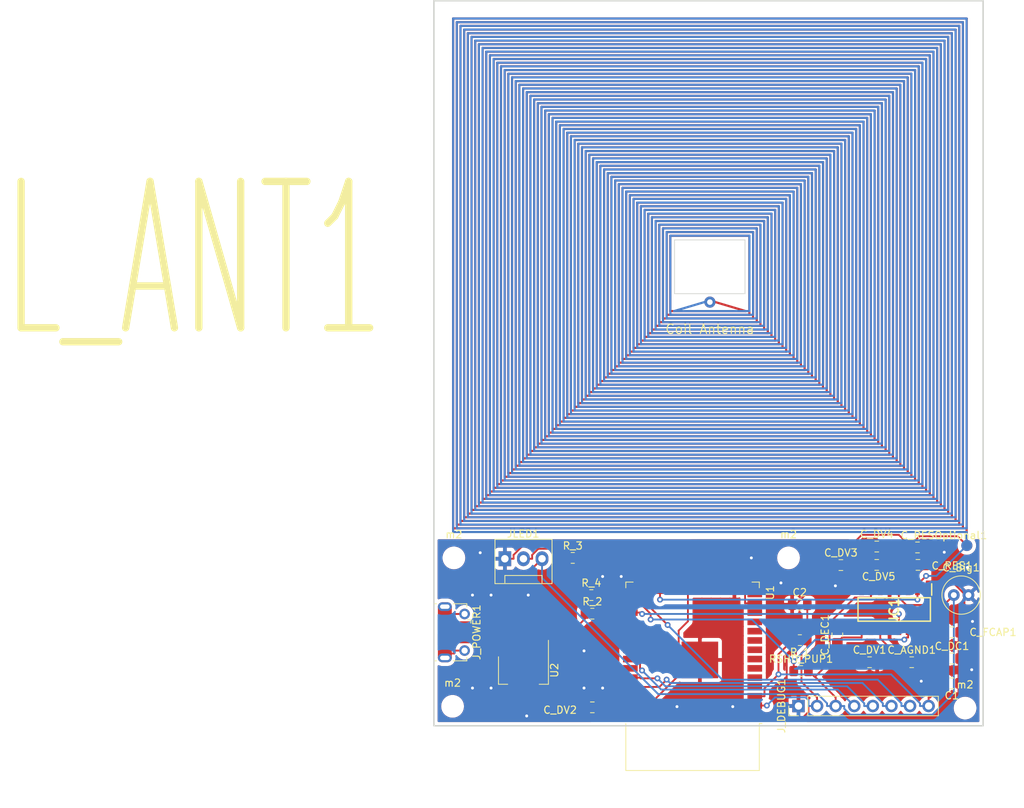
<source format=kicad_pcb>
(kicad_pcb (version 20211014) (generator pcbnew)
  (layers (0 "F.Cu" signal) (31 "B.Cu" signal) (34 "B.Paste" user) (35 "F.Paste" user) (36 "B.SilkS" user "B.Silkscreen") (37 "F.SilkS" user "F.Silkscreen") (38 "B.Mask" user) (39 "F.Mask" user) (44 "Edge.Cuts" user))
  (net 0 "")
  (net 1 "GND")
  (net 2 "+3V3")
  (net 3 "Net-(C_AGND1-Pad1)")
  (net 4 "+5V")
  (net 5 "Net-(C_DC1-Pad1)")
  (net 6 "Net-(C_DEC1-Pad1)")
  (net 7 "Net-(C_DEC1-Pad2)")
  (net 8 "Net-(C_DV3-Pad1)")
  (net 9 "Net-(C_FCAP1-Pad1)")
  (net 10 "Net-(C_RES1-Pad2)")
  (net 11 "Net-(IC1-Pad2)")
  (net 12 "Net-(IC1-Pad3)")
  (net 13 "Net-(IC1-Pad13)")
  (net 14 "Net-(J_DEBUG1-Pad5)")
  (net 15 "Net-(J_DEBUG1-Pad6)")
  (net 19 "unconnected-(J_POWER1-Pad6)")
  (net 20 "Net-(R_4-Pad1)")
  (net 21 "Net-(J_DEBUG1-Pad7)")
  (net 36 "Net-(U1-Pad20)")
  (net 39 "Net-(IC1-Pad14)")
  (net 46 "Net-(JLED1-Pad2)")
  (net 47 "Net-(C1-Pad2)")
  (net 48 "Net-(C_DV3-Pad2)")
  (net 49 "Net-(J_DEBUG1-Pad4)")
  (net 50 "Net-(R_3-Pad2)")
  (footprint "Connector_USB:USB_Micro-B_Molex-105017-0001" (layer "F.Cu") (at 68.58 142.24 -90)
    (fp_text reference "J_POWER1")
    (fp_text value "USB_B_Micro")
  )
  (footprint "Package_TO_SOT_SMD:SOT-223-3_TabPin2" (layer "F.Cu") (at 78.0824 147.4344 -90)
    (fp_text reference "U2")
    (fp_text value "NCP1117-3.3_SOT223")
  )
  (footprint "MountingHole:MountingHole_2.1mm" (layer "F.Cu") (at 114.3 132.08)
    (fp_text reference "m2")
    (fp_text value "MountingHole_2.1mm")
  )
  (footprint "Connector:FanPinHeader_1x03_P2.54mm_Vertical" (layer "F.Cu") (at 75.5424 132.1944)
    (fp_text reference "JLED1")
    (fp_text value "Conn_01x03")
  )
  (footprint "MountingHole:MountingHole_2.1mm" (layer "F.Cu") (at 68.58 132.08)
    (fp_text reference "m2")
    (fp_text value "MountingHole_2.1mm")
  )
  (footprint "Capacitor_SMD:C_0805_2012Metric_Pad1.18x1.45mm_HandSolder" (layer "F.Cu") (at 115.8288 138.4823)
    (fp_text reference "C2")
    (fp_text value "1uf")
  )
  (footprint "Capacitor_SMD:C_0805_2012Metric_Pad1.18x1.45mm_HandSolder" (layer "F.Cu") (at 136.6308 145.8251)
    (fp_text reference "C_DC1")
    (fp_text value "10NF")
  )
  (footprint "pcb_inductors:60_turn_square_inductor_corrected" (layer "F.Cu") (at 103.5535 93.2118)
    (fp_text reference "L_ANT1")
    (fp_text value "Coil Antenna")
  )
  (footprint "Capacitor_SMD:C_0805_2012Metric_Pad1.18x1.45mm_HandSolder" (layer "F.Cu") (at 125.3718 146.3365)
    (fp_text reference "C_DV1")
    (fp_text value "10uf")
  )
  (footprint "Capacitor_SMD:C_0805_2012Metric_Pad1.18x1.45mm_HandSolder" (layer "F.Cu") (at 126.3508 133.0364)
    (fp_text reference "C_DV5")
    (fp_text value "3.7nf split between 2")
  )
  (footprint "Capacitor_SMD:C_0805_2012Metric_Pad1.18x1.45mm_HandSolder" (layer "F.Cu") (at 87.4951 152.4948)
    (fp_text reference "C_DV2")
    (fp_text value "10uf")
  )
  (footprint "Capacitor_SMD:C_0805_2012Metric_Pad1.18x1.45mm_HandSolder" (layer "F.Cu") (at 136.6308 142.24)
    (fp_text reference "C_FCAP1")
    (fp_text value "10nf")
  )
  (footprint "MountingHole:MountingHole_2.1mm" (layer "F.Cu") (at 138.420407 152.599047)
    (fp_text reference "m2")
    (fp_text value "MountingHole_2.1mm")
  )
  (footprint "Capacitor_THT:C_Radial_D5.0mm_H11.0mm_P2.00mm" (layer "F.Cu") (at 136.8811 137.16)
    (fp_text reference "C_Big1")
    (fp_text value "100uf")
  )
  (footprint "Resistor_SMD:R_0805_2012Metric_Pad1.20x1.40mm_HandSolder" (layer "F.Cu") (at 87.4951 139.7)
    (fp_text reference "R_2")
    (fp_text value "5k1 or 5k? was 5k og")
  )
  (footprint "Resistor_SMD:R_0805_2012Metric_Pad1.20x1.40mm_HandSolder" (layer "F.Cu") (at 115.8471 143.3163 180)
    (fp_text reference "R_1")
    (fp_text value "12K")
  )
  (footprint "Connector_PinHeader_2.54mm:PinHeader_1x08_P2.54mm_Vertical" (layer "F.Cu") (at 115.6586 152.3137 90)
    (fp_text reference "J_DEBUG1")
    (fp_text value "Conn_01x08_Male")
  )
  (footprint "Capacitor_SMD:C_0805_2012Metric_Pad1.18x1.45mm_HandSolder" (layer "F.Cu") (at 121.4531 133.0606)
    (fp_text reference "C_DV3")
    (fp_text value "0.1nf")
  )
  (footprint "Resistor_SMD:R_0805_2012Metric_Pad1.20x1.40mm_HandSolder" (layer "F.Cu") (at 116.0097 147.5384)
    (fp_text reference "RSHD_PUP1")
    (fp_text value "12k")
  )
  (footprint "Capacitor_SMD:C_0805_2012Metric_Pad1.18x1.45mm_HandSolder" (layer "F.Cu") (at 126.3535 130.5276)
    (fp_text reference "C_DV4")
    (fp_text value "3.7nf split between 2")
  )
  (footprint "Capacitor_SMD:C_0805_2012Metric_Pad1.18x1.45mm_HandSolder" (layer "F.Cu") (at 120.9661 142.582 90)
    (fp_text reference "C_DEC1")
    (fp_text value "100nf")
  )
  (footprint "MountingHole:MountingHole_2.1mm" (layer "F.Cu") (at 68.400475 152.358653)
    (fp_text reference "m2")
    (fp_text value "MountingHole_2.1mm")
  )
  (footprint "Capacitor_SMD:C_0805_2012Metric_Pad1.18x1.45mm_HandSolder" (layer "F.Cu") (at 131.9191 130.6499)
    (fp_text reference "C_RESOptional1")
    (fp_text value "NA")
  )
  (footprint "MyLib:SOIC127P602X173-16N" (layer "F.Cu") (at 128.7385 139.122 -90)
    (fp_text reference "IC1")
    (fp_text value "EM4095" hide)
  )
  (footprint "Capacitor_SMD:C_0805_2012Metric_Pad1.18x1.45mm_HandSolder" (layer "F.Cu") (at 136.6098 149.2138 180)
    (fp_text reference "C1")
    (fp_text value "0.1uf")
  )
  (footprint "Capacitor_SMD:C_0805_2012Metric_Pad1.18x1.45mm_HandSolder" (layer "F.Cu") (at 131.1264 146.3365)
    (fp_text reference "C_AGND1")
    (fp_text value "100nf")
  )
  (footprint "Resistor_SMD:R_0805_2012Metric_Pad1.20x1.40mm_HandSolder" (layer "F.Cu") (at 87.36 137.16)
    (fp_text reference "R_4")
    (fp_text value "5k1 og was 5k")
  )
  (footprint "Capacitor_SMD:C_0805_2012Metric_Pad1.18x1.45mm_HandSolder" (layer "F.Cu") (at 131.9803 133.0364)
    (fp_text reference "C_RES1")
    (fp_text value "2.2nf")
  )
  (footprint "RF_Module:ESP32-WROOM-32" (layer "F.Cu") (at 101.1882 145.2648 180)
    (fp_text reference "U1")
    (fp_text value "ESP32-WROOM-32")
  )
  (footprint "Resistor_SMD:R_0805_2012Metric_Pad1.20x1.40mm_HandSolder" (layer "F.Cu") (at 84.82 132.08)
    (fp_text reference "R_3")
    (fp_text value "470")
  )
  (gr_line (start 98.729823 88.631514) (end 108.352615 88.631514) (layer "Edge.Cuts") (width 0.1))
  (gr_line (start 108.352615 95.98376) (end 98.729823 95.98376) (layer "Edge.Cuts") (width 0.1))
  (gr_line (start 98.729823 95.98376) (end 98.729823 88.631514) (layer "Edge.Cuts") (width 0.1))
  (gr_rect (start 65.850777 55.956309) (end 140.882618 155.016309) (layer "Edge.Cuts") (width 0.2) (fill none))
  (gr_line (start 108.352615 88.631514) (end 108.352615 95.98376) (layer "Edge.Cuts") (width 0.1))
  (segment (start 115.2238 138.4974) (end 115.7913 139.0649) (width 0.25) (layer "F.Cu") (net 1))
  (segment (start 102.1882 148.8451) (end 102.1882 153.1598) (width 0.25) (layer "F.Cu") (net 1))
  (segment (start 87.5492 138.6338) (end 84.7573 138.6338) (width 0.25) (layer "F.Cu") (net 1))
  (segment (start 109.6882 153.5198) (end 108.3629 153.5198) (width 0.25) (layer "F.Cu") (net 1))
  (segment (start 138.3312 137.16) (end 138.3312 137.0154) (width 0.25) (layer "F.Cu") (net 1))
  (segment (start 80.432 142.9591) (end 80.3824 142.9591) (width 0.25) (layer "F.Cu") (net 1))
  (segment (start 76.7327 131.6736) (end 78.0391 130.3672) (width 0.25) (layer "F.Cu") (net 1))
  (segment (start 115.6586 152.3137) (end 114.4833 152.3137) (width 0.25) (layer "F.Cu") (net 1))
  (segment (start 132.1596 146.3408) (end 131.7208 146.3408) (width 0.25) (layer "F.Cu") (net 1))
  (segment (start 94.3735 153.1598) (end 94.0135 153.5198) (width 0.25) (layer "F.Cu") (net 1))
  (segment (start 92.6882 153.5198) (end 94.0135 153.5198) (width 0.25) (layer "F.Cu") (net 1))
  (segment (start 128.1035 142.9473) (end 129.7567 144.6005) (width 0.25) (layer "F.Cu") (net 1))
  (segment (start 127.4888 147.416) (end 130.6455 147.416) (width 0.25) (layer "F.Cu") (net 1))
  (segment (start 120.4931 134.6171) (end 121.3295 133.7807) (width 0.25) (layer "F.Cu") (net 1))
  (segment (start 83.7337 130.3672) (end 84.7573 131.3908) (width 0.25) (layer "F.Cu") (net 1))
  (segment (start 108.3629 153.5198) (end 108.0029 153.1598) (width 0.25) (layer "F.Cu") (net 1))
  (segment (start 115.2238 138.4974) (end 119.1041 134.6171) (width 0.25) (layer "F.Cu") (net 1))
  (segment (start 92.6882 153.5198) (end 89.5576 153.5198) (width 0.25) (layer "F.Cu") (net 1))
  (segment (start 76.8578 143.2183) (end 77.117 142.9591) (width 0.25) (layer "F.Cu") (net 1))
  (segment (start 71.0428 143.54) (end 73.1126 145.6098) (width 0.25) (layer "F.Cu") (net 1))
  (segment (start 128.4681 134.1162) (end 127.3883 133.0364) (width 0.25) (layer "F.Cu") (net 1))
  (segment (start 76.8578 145.4582) (end 76.8578 143.2183) (width 0.25) (layer "F.Cu") (net 1))
  (segment (start 127.3883 130.5303) (end 127.3883 133.0364) (width 0.25) (layer "F.Cu") (net 1))
  (segment (start 73.1126 145.6098) (end 76.7062 145.6098) (width 0.25) (layer "F.Cu") (net 1))
  (segment (start 138.8811 137.16) (end 138.3312 137.16) (width 0.25) (layer "F.Cu") (net 1))
  (segment (start 87.5492 138.6338) (end 87.5492 137.9708) (width 0.25) (layer "F.Cu") (net 1))
  (segment (start 132.1639 146.3365) (end 132.1596 146.3408) (width 0.25) (layer "F.Cu") (net 1))
  (segment (start 102.1882 146.0198) (end 102.1882 143.1945) (width 0.25) (layer "F.Cu") (net 1))
  (segment (start 138.3312 137.0154) (end 136.6125 135.2967) (width 0.25) (layer "F.Cu") (net 1))
  (segment (start 131.9193 133.6942) (end 131.4973 134.1162) (width 0.25) (layer "F.Cu") (net 1))
  (segment (start 128.1035 141.847) (end 128.1035 136.397) (width 0.25) (layer "F.Cu") (net 1))
  (segment (start 106.9032 136.0098) (end 106.9032 138.4795) (width 0.25) (layer "F.Cu") (net 1))
  (segment (start 121.3295 133.7807) (end 121.3295 132.5446) (width 0.25) (layer "F.Cu") (net 1))
  (segment (start 76.7327 132.1944) (end 76.7327 131.6736) (width 0.25) (layer "F.Cu") (net 1))
  (segment (start 109.6882 153.5198) (end 112.4212 153.5198) (width 0.25) (layer "F.Cu") (net 1))
  (segment (start 87.5492 151.5114) (end 87.5492 138.6338) (width 0.25) (layer "F.Cu") (net 1))
  (segment (start 131.9193 130.054) (end 131.9193 133.6942) (width 0.25) (layer "F.Cu") (net 1))
  (segment (start 78.0391 130.3672) (end 83.7337 130.3672) (width 0.25) (layer "F.Cu") (net 1))
  (segment (start 129.9805 144.6005) (end 131.7208 146.3407) (width 0.25) (layer "F.Cu") (net 1))
  (segment (start 137.6683 142.24) (end 137.6683 145.8251) (width 0.25) (layer "F.Cu") (net 1))
  (segment (start 114.7913 138.4823) (end 114.8064 138.4974) (width 0.25) (layer "F.Cu") (net 1))
  (segment (start 133.9321 135.2967) (end 133.1835 135.2967) (width 0.25) (layer "F.Cu") (net 1))
  (segment (start 102.1882 146.0198) (end 102.1882 148.8451) (width 0.25) (layer "F.Cu") (net 1))
  (segment (start 131.7208 146.3408) (end 131.7208 146.3407) (width 0.25) (layer "F.Cu") (net 1))
  (segment (start 137.6473 146.9279) (end 137.6473 145.8461) (width 0.25) (layer "F.Cu") (net 1))
  (segment (start 89.5576 153.5198) (end 88.5326 152.4948) (width 0.25) (layer "F.Cu") (net 1))
  (segment (start 80.3824 144.2844) (end 80.3824 142.9591) (width 0.25) (layer "F.Cu") (net 1))
  (segment (start 112.4212 153.5198) (end 114.0553 151.8857) (width 0.25) (layer "F.Cu") (net 1))
  (segment (start 137.6473 146.9279) (end 132.7553 146.9279) (width 0.25) (layer "F.Cu") (net 1))
  (segment (start 133.1835 136.397) (end 133.1835 135.2967) (width 0.25) (layer "F.Cu") (net 1))
  (segment (start 84.7573 131.3908) (end 84.7573 138.6338) (width 0.25) (layer "F.Cu") (net 1))
  (segment (start 124.4434 129.4307) (end 126.2941 129.4307) (width 0.25) (layer "F.Cu") (net 1))
  (segment (start 136.6125 135.2967) (end 133.9321 135.2967) (width 0.25) (layer "F.Cu") (net 1))
  (segment (start 108.0029 153.1598) (end 102.1882 153.1598) (width 0.25) (layer "F.Cu") (net 1))
  (segment (start 77.117 142.9591) (end 80.3824 142.9591) (width 0.25) (layer "F.Cu") (net 1))
  (segment (start 128.1035 141.847) (end 128.1035 142.9473) (width 0.25) (layer "F.Cu") (net 1))
  (segment (start 75.5424 132.1944) (end 76.7327 132.1944) (width 0.25) (layer "F.Cu") (net 1))
  (segment (start 133.9321 135.2967) (end 133.9321 129.9786) (width 0.25) (layer "F.Cu") (net 1))
  (segment (start 115.7913 144.0467) (end 114.0553 145.7827) (width 0.25) (layer "F.Cu") (net 1))
  (segment (start 133.5368 129.5833) (end 132.39 129.5833) (width 0.25) (layer "F.Cu") (net 1))
  (segment (start 115.7913 139.0649) (end 115.7913 144.0467) (width 0.25) (layer "F.Cu") (net 1))
  (segment (start 87.5492 137.9708) (end 88.36 137.16) (width 0.25) (layer "F.Cu") (net 1))
  (segment (start 137.6473 149.2138) (end 137.6473 146.9279) (width 0.25) (layer "F.Cu") (net 1))
  (segment (start 102.1882 153.1598) (end 94.3735 153.1598) (width 0.25) (layer "F.Cu") (net 1))
  (segment (start 126.4093 146.3365) (end 127.4888 147.416) (width 0.25) (layer "F.Cu") (net 1))
  (segment (start 138.3312 141.5771) (end 138.3312 137.16) (width 0.25) (layer "F.Cu") (net 1))
  (segment (start 133.9321 129.9786) (end 133.5368 129.5833) (width 0.25) (layer "F.Cu") (net 1))
  (segment (start 130.6455 147.416) (end 131.7208 146.3407) (width 0.25) (layer "F.Cu") (net 1))
  (segment (start 106.9032 138.4795) (end 102.1882 143.1945) (width 0.25) (layer "F.Cu") (net 1))
  (segment (start 131.4973 134.1162) (end 128.4681 134.1162) (width 0.25) (layer "F.Cu") (net 1))
  (segment (start 126.2941 129.4307) (end 127.391 130.5276) (width 0.25) (layer "F.Cu") (net 1))
  (segment (start 132.7553 146.9279) (end 132.1639 146.3365) (width 0.25) (layer "F.Cu") (net 1))
  (segment (start 114.4833 152.3137) (end 114.0553 151.8857) (width 0.25) (layer "F.Cu") (net 1))
  (segment (start 129.7567 144.6005) (end 129.9805 144.6005) (width 0.25) (layer "F.Cu") (net 1))
  (segment (start 132.39 129.5833) (end 131.9193 130.054) (width 0.25) (layer "F.Cu") (net 1))
  (segment (start 88.5326 152.4948) (end 87.5492 151.5114) (width 0.25) (layer "F.Cu") (net 1))
  (segment (start 76.7062 145.6098) (end 76.8578 145.4582) (width 0.25) (layer "F.Cu") (net 1))
  (segment (start 127.391 130.5276) (end 127.3883 130.5303) (width 0.25) (layer "F.Cu") (net 1))
  (segment (start 137.6473 145.8461) (end 137.6683 145.8251) (width 0.25) (layer "F.Cu") (net 1))
  (segment (start 137.6683 142.24) (end 138.3312 141.5771) (width 0.25) (layer "F.Cu") (net 1))
  (segment (start 114.8064 138.4974) (end 115.2238 138.4974) (width 0.25) (layer "F.Cu") (net 1))
  (segment (start 70.0425 143.54) (end 71.0428 143.54) (width 0.25) (layer "F.Cu") (net 1))
  (segment (start 119.1041 134.6171) (end 120.4931 134.6171) (width 0.25) (layer "F.Cu") (net 1))
  (segment (start 114.0553 145.7827) (end 114.0553 151.8857) (width 0.25) (layer "F.Cu") (net 1))
  (segment (start 121.3295 132.5446) (end 124.4434 129.4307) (width 0.25) (layer "F.Cu") (net 1))
  (segment (start 84.7573 138.6338) (end 80.432 142.9591) (width 0.25) (layer "F.Cu") (net 1))
  (via (at 88.9 149.86) (size 0.8) (drill 0.4) (layers "F.Cu" "B.Cu") (net 1))
  (via (at 71.12 149.86) (size 0.8) (drill 0.4) (layers "F.Cu" "B.Cu") (net 1))
  (via (at 73.66 137.16) (size 0.8) (drill 0.4) (layers "F.Cu" "B.Cu") (net 1))
  (via (at 139.433155 140.759028) (size 0.8) (drill 0.4) (layers "F.Cu" "B.Cu") (net 1))
  (via (at 138.736228 133.375952) (size 0.8) (drill 0.4) (layers "F.Cu" "B.Cu") (net 1))
  (via (at 139.32426 147.358061) (size 0.8) (drill 0.4) (layers "F.Cu" "B.Cu") (net 1))
  (via (at 120.70212 135.894974) (size 0.8) (drill 0.4) (layers "F.Cu" "B.Cu") (net 1))
  (via (at 109.22 132.08) (size 0.8) (drill 0.4) (layers "F.Cu" "B.Cu") (net 1))
  (via (at 88.9 134.62) (size 0.8) (drill 0.4) (layers "F.Cu" "B.Cu") (net 1))
  (via (at 91.44 134.62) (size 0.8) (drill 0.4) (layers "F.Cu" "B.Cu") (net 1))
  (via (at 72.173574 131.373204) (size 0.8) (drill 0.4) (layers "F.Cu" "B.Cu") (net 1))
  (via (at 78.74 137.16) (size 0.8) (drill 0.4) (layers "F.Cu" "B.Cu") (net 1))
  (via (at 135.57705 131.302714) (size 0.8) (drill 0.4) (layers "F.Cu" "B.Cu") (net 1))
  (via (at 106.68 152.4) (size 0.8) (drill 0.4) (layers "F.Cu" "B.Cu") (net 1))
  (via (at 99.06 152.4) (size 0.8) (drill 0.4) (layers "F.Cu" "B.Cu") (net 1))
  (via (at 71.12 137.16) (size 0.8) (drill 0.4) (layers "F.Cu" "B.Cu") (net 1))
  (via (at 86.36 144.78) (size 0.8) (drill 0.4) (layers "F.Cu" "B.Cu") (net 1))
  (via (at 113.264655 135.495647) (size 0.8) (drill 0.4) (layers "F.Cu" "B.Cu") (net 1))
  (via (at 78.52452 153.672079) (size 0.8) (drill 0.4) (layers "F.Cu" "B.Cu") (net 1))
  (via (at 86.36 149.86) (size 0.8) (drill 0.4) (layers "F.Cu" "B.Cu") (net 1))
  (via (at 73.66 149.86) (size 0.8) (drill 0.4) (layers "F.Cu" "B.Cu") (net 1))
  (via (at 132.43235 148.923017) (size 0.8) (drill 0.4) (layers "F.Cu" "B.Cu") (net 1))
  (segment (start 118.1986 152.3137) (end 118.1986 151.1384) (width 0.25) (layer "F.Cu") (net 2))
  (segment (start 109.6882 152.2498) (end 111.3356 152.2498) (width 0.25) (layer "F.Cu") (net 2))
  (segment (start 115.8432 154.3018) (end 117.0233 153.1217) (width 0.25) (layer "F.Cu") (net 2))
  (segment (start 117.0233 153.1217) (end 117.0233 152.3137) (width 0.25) (layer "F.Cu") (net 2))
  (segment (start 80.3077 150.5844) (end 84.5472 150.5844) (width 0.25) (layer "F.Cu") (net 2))
  (segment (start 86.4951 140.3883) (end 81.2736 145.6098) (width 0.25) (layer "F.Cu") (net 2))
  (segment (start 88.2646 154.3018) (end 115.8432 154.3018) (width 0.25) (layer "F.Cu") (net 2))
  (segment (start 116.8663 143.2971) (end 116.8663 138.4823) (width 0.25) (layer "F.Cu") (net 2))
  (segment (start 78.0824 144.2844) (end 79.1577 144.2844) (width 0.25) (layer "F.Cu") (net 2))
  (segment (start 118.1986 152.3137) (end 117.0233 152.3137) (width 0.25) (layer "F.Cu") (net 2))
  (segment (start 116.0656 145.0982) (end 116.8471 144.3167) (width 0.25) (layer "F.Cu") (net 2))
  (segment (start 80.3077 145.6098) (end 79.4078 145.6098) (width 0.25) (layer "F.Cu") (net 2))
  (segment (start 116.0656 149.0054) (end 116.0656 145.0982) (width 0.25) (layer "F.Cu") (net 2))
  (segment (start 81.2736 145.6098) (end 80.3077 145.6098) (width 0.25) (layer "F.Cu") (net 2))
  (segment (start 86.4576 152.4948) (end 88.2646 154.3018) (width 0.25) (layer "F.Cu") (net 2))
  (segment (start 84.5472 150.5844) (end 86.4576 152.4948) (width 0.25) (layer "F.Cu") (net 2))
  (segment (start 79.4078 145.6098) (end 79.1577 145.3597) (width 0.25) (layer "F.Cu") (net 2))
  (segment (start 116.8471 144.3167) (end 116.8471 143.3163) (width 0.25) (layer "F.Cu") (net 2))
  (segment (start 116.8471 143.3163) (end 116.8663 143.2971) (width 0.25) (layer "F.Cu") (net 2))
  (segment (start 118.1986 151.1384) (end 116.0656 149.0054) (width 0.25) (layer "F.Cu") (net 2))
  (segment (start 80.3077 150.5844) (end 80.3077 145.6098) (width 0.25) (layer "F.Cu") (net 2))
  (segment (start 78.0824 150.5844) (end 80.3077 150.5844) (width 0.25) (layer "F.Cu") (net 2))
  (segment (start 86.4951 139.7) (end 86.4951 140.3883) (width 0.25) (layer "F.Cu") (net 2))
  (segment (start 79.1577 145.3597) (end 79.1577 144.2844) (width 0.25) (layer "F.Cu") (net 2))
  (via (at 111.3356 152.2498) (size 0.8) (drill 0.4) (layers "F.Cu" "B.Cu") (net 2))
  (segment (start 117.0233 151.5183) (end 116.6434 151.1384) (width 0.25) (layer "B.Cu") (net 2))
  (segment (start 118.1986 152.3137) (end 117.0233 152.3137) (width 0.25) (layer "B.Cu") (net 2))
  (segment (start 116.6434 151.1384) (end 112.447 151.1384) (width 0.25) (layer "B.Cu") (net 2))
  (segment (start 117.0233 152.3137) (end 117.0233 151.5183) (width 0.25) (layer "B.Cu") (net 2))
  (segment (start 112.447 151.1384) (end 111.3356 152.2498) (width 0.25) (layer "B.Cu") (net 2))
  (segment (start 126.8335 143.0811) (end 126.8335 141.847) (width 0.25) (layer "F.Cu") (net 3))
  (segment (start 130.0889 146.3365) (end 126.8335 143.0811) (width 0.25) (layer "F.Cu") (net 3))
  (segment (start 119.907 140.9485) (end 123.3582 137.4973) (width 0.25) (layer "F.Cu") (net 4))
  (segment (start 135.5308 138.5103) (end 130.3865 138.5103) (width 0.25) (layer "F.Cu") (net 4))
  (segment (start 117.0097 147.5384) (end 117.0722 147.5384) (width 0.25) (layer "F.Cu") (net 4))
  (segment (start 136.8811 137.16) (end 135.5308 138.5103) (width 0.25) (layer "F.Cu") (net 4))
  (segment (start 119.907 146.3365) (end 124.3343 146.3365) (width 0.25) (layer "F.Cu") (net 4))
  (segment (start 75.7824 140.94) (end 71.0428 140.94) (width 0.25) (layer "F.Cu") (net 4))
  (segment (start 119.907 146.3365) (end 119.907 140.9485) (width 0.25) (layer "F.Cu") (net 4))
  (segment (start 120.7386 151.1384) (end 117.9219 148.3216) (width 0.25) (layer "F.Cu") (net 4))
  (segment (start 70.0425 140.94) (end 71.0428 140.94) (width 0.25) (layer "F.Cu") (net 4))
  (segment (start 129.3735 136.397) (end 129.3735 137.4973) (width 0.25) (layer "F.Cu") (net 4))
  (segment (start 117.9219 148.3216) (end 119.907 146.3365) (width 0.25) (layer "F.Cu") (net 4))
  (segment (start 120.7386 152.3137) (end 120.7386 151.1384) (width 0.25) (layer "F.Cu") (net 4))
  (segment (start 75.7824 140.94) (end 75.7824 144.2844) (width 0.25) (layer "F.Cu") (net 4))
  (segment (start 117.0722 147.5384) (end 117.8555 148.3217) (width 0.25) (layer "F.Cu") (net 4))
  (segment (start 75.7824 137.0344) (end 75.7824 140.94) (width 0.25) (layer "F.Cu") (net 4))
  (segment (start 125.5635 136.397) (end 125.5635 137.4973) (width 0.25) (layer "F.Cu") (net 4))
  (segment (start 123.3582 137.4973) (end 125.5635 137.4973) (width 0.25) (layer "F.Cu") (net 4))
  (segment (start 80.6224 132.1944) (end 75.7824 137.0344) (width 0.25) (layer "F.Cu") (net 4))
  (segment (start 117.9218 148.3217) (end 117.9219 148.3216) (width 0.25) (layer "F.Cu") (net 4))
  (segment (start 130.3865 138.5103) (end 129.3735 137.4973) (width 0.25) (layer "F.Cu") (net 4))
  (segment (start 117.8555 148.3217) (end 117.9218 148.3217) (width 0.25) (layer "F.Cu") (net 4))
  (segment (start 122.7307 153.4978) (end 133.9577 153.4978) (width 0.25) (layer "B.Cu") (net 4))
  (segment (start 121.3263 152.3137) (end 121.9139 152.3137) (width 0.25) (layer "B.Cu") (net 4))
  (segment (start 119.5633 151.9464) (end 119.5633 152.3137) (width 0.25) (layer "B.Cu") (net 4))
  (segment (start 121.3263 152.3137) (end 120.7386 152.3137) (width 0.25) (layer "B.Cu") (net 4))
  (segment (start 121.9139 152.681) (end 122.7307 153.4978) (width 0.25) (layer "B.Cu") (net 4))
  (segment (start 121.9139 152.3137) (end 121.9139 152.681) (width 0.25) (layer "B.Cu") (net 4))
  (segment (start 136.8811 150.5744) (end 136.8811 137.16) (width 0.25) (layer "B.Cu") (net 4))
  (segment (start 80.6224 134.8173) (end 96.4932 150.6881) (width 0.25) (layer "B.Cu") (net 4))
  (segment (start 80.6224 132.1944) (end 80.6224 134.8173) (width 0.25) (layer "B.Cu") (net 4))
  (segment (start 118.305 150.6881) (end 119.5633 151.9464) (width 0.25) (layer "B.Cu") (net 4))
  (segment (start 96.4932 150.6881) (end 118.305 150.6881) (width 0.25) (layer "B.Cu") (net 4))
  (segment (start 133.9577 153.4978) (end 136.8811 150.5744) (width 0.25) (layer "B.Cu") (net 4))
  (segment (start 120.7386 152.3137) (end 119.5633 152.3137) (width 0.25) (layer "B.Cu") (net 4))
  (segment (start 133.1835 141.847) (end 133.1835 143.4153) (width 0.25) (layer "F.Cu") (net 5))
  (segment (start 133.1835 143.4153) (end 135.5933 145.8251) (width 0.25) (layer "F.Cu") (net 5))
  (segment (start 121.6383 142.9473) (end 120.9661 143.6195) (width 0.25) (layer "F.Cu") (net 6))
  (segment (start 124.2935 141.847) (end 124.2935 142.9473) (width 0.25) (layer "F.Cu") (net 6))
  (segment (start 124.2935 142.9473) (end 121.6383 142.9473) (width 0.25) (layer "F.Cu") (net 6))
  (segment (start 125.5635 140.7467) (end 121.7639 140.7467) (width 0.25) (layer "F.Cu") (net 7))
  (segment (start 121.7639 140.7467) (end 120.9661 141.5445) (width 0.25) (layer "F.Cu") (net 7))
  (segment (start 125.5635 141.847) (end 125.5635 140.7467) (width 0.25) (layer "F.Cu") (net 7))
  (segment (start 132.1952 129.1218) (end 130.8816 130.4354) (width 0.25) (layer "F.Cu") (net 8))
  (segment (start 130.8816 130.4354) (end 129.3758 128.9296) (width 0.25) (layer "F.Cu") (net 8))
  (segment (start 138.6632 130.3866) (end 137.3984 129.1218) (width 0.25) (layer "F.Cu") (net 8))
  (segment (start 120.4156 132.8193) (end 120.4156 133.0606) (width 0.25) (layer "F.Cu") (net 8))
  (segment (start 130.8816 130.4354) (end 130.8816 130.6499) (width 0.25) (layer "F.Cu") (net 8))
  (segment (start 129.3758 128.9296) (end 124.3053 128.9296) (width 0.25) (layer "F.Cu") (net 8))
  (segment (start 130.9428 133.0364) (end 130.8816 132.9752) (width 0.25) (layer "F.Cu") (net 8))
  (segment (start 130.8816 132.9752) (end 130.8816 130.6499) (width 0.25) (layer "F.Cu") (net 8))
  (segment (start 137.3984 129.1218) (end 132.1952 129.1218) (width 0.25) (layer "F.Cu") (net 8))
  (segment (start 124.3053 128.9296) (end 120.4156 132.8193) (width 0.25) (layer "F.Cu") (net 8))
  (segment (start 131.9135 141.847) (end 131.9135 140.7467) (width 0.25) (layer "F.Cu") (net 9))
  (segment (start 131.9135 140.7467) (end 134.1 140.7467) (width 0.25) (layer "F.Cu") (net 9))
  (segment (start 134.1 140.7467) (end 135.5933 142.24) (width 0.25) (layer "F.Cu") (net 9))
  (segment (start 133.0178 130.7111) (end 133.0178 133.0364) (width 0.25) (layer "F.Cu") (net 10))
  (segment (start 133.0178 133.0364) (end 133.0178 133.2326) (width 0.25) (layer "F.Cu") (net 10))
  (segment (start 132.9566 130.6499) (end 133.0178 130.7111) (width 0.25) (layer "F.Cu") (net 10))
  (segment (start 127.5636 134.5666) (end 126.8335 135.2967) (width 0.25) (layer "F.Cu") (net 10))
  (segment (start 131.6838 134.5666) (end 127.5636 134.5666) (width 0.25) (layer "F.Cu") (net 10))
  (segment (start 126.8335 136.397) (end 126.8335 135.2967) (width 0.25) (layer "F.Cu") (net 10))
  (segment (start 133.0178 133.2326) (end 131.6838 134.5666) (width 0.25) (layer "F.Cu") (net 10))
  (segment (start 96.7432 136.0098) (end 96.7432 137.3351) (width 0.25) (layer "F.Cu") (net 11))
  (segment (start 131.9135 137.4973) (end 131.9135 137.782) (width 0.25) (layer "F.Cu") (net 11))
  (segment (start 131.9135 136.397) (end 131.9135 137.4973) (width 0.25) (layer "F.Cu") (net 11))
  (segment (start 96.7432 137.3351) (end 96.7432 137.782) (width 0.25) (layer "F.Cu") (net 11))
  (via (at 131.9135 137.782) (size 0.8) (drill 0.4) (layers "F.Cu" "B.Cu") (net 11))
  (via (at 96.7432 137.782) (size 0.8) (drill 0.4) (layers "F.Cu" "B.Cu") (net 11))
  (segment (start 131.9135 137.782) (end 96.7432 137.782) (width 0.25) (layer "B.Cu") (net 11))
  (segment (start 132.3383 135.2967) (end 133.095 134.54) (width 0.25) (layer "F.Cu") (net 12))
  (segment (start 130.6435 135.2967) (end 132.3383 135.2967) (width 0.25) (layer "F.Cu") (net 12))
  (segment (start 130.6435 136.397) (end 130.6435 135.2967) (width 0.25) (layer "F.Cu") (net 12))
  (via (at 133.095 134.54) (size 0.8) (drill 0.4) (layers "F.Cu" "B.Cu") (net 12))
  (segment (start 133.095 134.54) (end 134.5005 134.54) (width 0.25) (layer "B.Cu") (net 12))
  (segment (start 134.5005 134.54) (end 138.6588 130.3817) (width 0.25) (layer "B.Cu") (net 12))
  (segment (start 129.3735 141.847) (end 129.3735 139.7384) (width 0.25) (layer "F.Cu") (net 13))
  (segment (start 94.1058 139.5498) (end 94.2944 139.7384) (width 0.25) (layer "F.Cu") (net 13))
  (segment (start 92.6882 139.5498) (end 94.0135 139.5498) (width 0.25) (layer "F.Cu") (net 13))
  (segment (start 94.0135 139.5498) (end 94.1058 139.5498) (width 0.25) (layer "F.Cu") (net 13))
  (via (at 129.3735 139.7384) (size 0.8) (drill 0.4) (layers "F.Cu" "B.Cu") (net 13))
  (via (at 94.2944 139.7384) (size 0.8) (drill 0.4) (layers "F.Cu" "B.Cu") (net 13))
  (segment (start 94.2944 139.7384) (end 129.3735 139.7384) (width 0.25) (layer "B.Cu") (net 13))
  (segment (start 94.1078 148.5341) (end 94.0135 148.4398) (width 0.25) (layer "F.Cu") (net 14))
  (segment (start 92.6882 148.4398) (end 94.0135 148.4398) (width 0.25) (layer "F.Cu") (net 14))
  (segment (start 96.3921 148.5341) (end 94.1078 148.5341) (width 0.25) (layer "F.Cu") (net 14))
  (via (at 96.3921 148.5341) (size 0.8) (drill 0.4) (layers "F.Cu" "B.Cu") (net 14))
  (segment (start 125.8186 152.3137) (end 124.6433 152.3137) (width 0.25) (layer "B.Cu") (net 14))
  (segment (start 124.6433 151.9464) (end 122.314 149.6171) (width 0.25) (layer "B.Cu") (net 14))
  (segment (start 124.6433 152.3137) (end 124.6433 151.9464) (width 0.25) (layer "B.Cu") (net 14))
  (segment (start 122.314 149.6171) (end 97.4751 149.6171) (width 0.25) (layer "B.Cu") (net 14))
  (segment (start 97.4751 149.6171) (end 96.3921 148.5341) (width 0.25) (layer "B.Cu") (net 14))
  (segment (start 94.0135 149.7097) (end 94.0135 149.7098) (width 0.25) (layer "F.Cu") (net 15))
  (segment (start 97.6471 148.7108) (end 96.6482 149.7097) (width 0.25) (layer "F.Cu") (net 15))
  (segment (start 92.6882 149.7098) (end 94.0135 149.7098) (width 0.25) (layer "F.Cu") (net 15))
  (segment (start 96.6482 149.7097) (end 94.0135 149.7097) (width 0.25) (layer "F.Cu") (net 15))
  (via (at 97.6471 148.7108) (size 0.8) (drill 0.4) (layers "F.Cu" "B.Cu") (net 15))
  (segment (start 127.1833 151.9464) (end 124.4037 149.1668) (width 0.25) (layer "B.Cu") (net 15))
  (segment (start 98.1031 149.1668) (end 97.6471 148.7108) (width 0.25) (layer "B.Cu") (net 15))
  (segment (start 128.3586 152.3137) (end 127.1833 152.3137) (width 0.25) (layer "B.Cu") (net 15))
  (segment (start 127.1833 152.3137) (end 127.1833 151.9464) (width 0.25) (layer "B.Cu") (net 15))
  (segment (start 124.4037 149.1668) (end 98.1031 149.1668) (width 0.25) (layer "B.Cu") (net 15))
  (segment (start 68.6178 144.74) (end 68.6178 143.24) (width 0.25) (layer "F.Cu") (net 19))
  (segment (start 67.6614 141.24) (end 67.6614 139.74) (width 0.25) (layer "F.Cu") (net 19))
  (segment (start 67.3425 145.74) (end 67.3425 145.14) (width 0.25) (layer "F.Cu") (net 19))
  (segment (start 67.3425 141.24) (end 67.502 141.24) (width 0.25) (layer "F.Cu") (net 19))
  (segment (start 67.502 141.24) (end 67.6614 141.24) (width 0.25) (layer "F.Cu") (net 19))
  (segment (start 67.6614 139.74) (end 67.6614 139.34) (width 0.25) (layer "F.Cu") (net 19))
  (segment (start 67.3425 145.14) (end 68.6178 145.14) (width 0.25) (layer "F.Cu") (net 19))
  (segment (start 67.3425 139.34) (end 67.502 139.34) (width 0.25) (layer "F.Cu") (net 19))
  (segment (start 68.6178 145.14) (end 68.6178 144.74) (width 0.25) (layer "F.Cu") (net 19))
  (segment (start 67.6614 139.74) (end 70.0425 139.74) (width 0.25) (layer "F.Cu") (net 19))
  (segment (start 67.502 141.24) (end 67.3425 141.3995) (width 0.25) (layer "F.Cu") (net 19))
  (segment (start 67.3425 139.1805) (end 67.3425 138.74) (width 0.25) (layer "F.Cu") (net 19))
  (segment (start 67.502 139.34) (end 67.3425 139.1805) (width 0.25) (layer "F.Cu") (net 19))
  (segment (start 67.3425 143.24) (end 68.6178 143.24) (width 0.25) (layer "F.Cu") (net 19))
  (segment (start 68.6178 144.74) (end 70.0425 144.74) (width 0.25) (layer "F.Cu") (net 19))
  (segment (start 67.3425 141.3995) (end 67.3425 143.24) (width 0.25) (layer "F.Cu") (net 19))
  (segment (start 67.502 139.34) (end 67.6614 139.34) (width 0.25) (layer "F.Cu") (net 19))
  (segment (start 87.443 136.077) (end 86.36 137.16) (width 0.25) (layer "F.Cu") (net 20))
  (segment (start 94.6391 137.0257) (end 93.6904 136.077) (width 0.25) (layer "F.Cu") (net 20))
  (segment (start 95.4732 136.0098) (end 95.4732 137.3351) (width 0.25) (layer "F.Cu") (net 20))
  (segment (start 93.6904 136.077) (end 87.443 136.077) (width 0.25) (layer "F.Cu") (net 20))
  (segment (start 94.7403 137.0257) (end 94.6391 137.0257) (width 0.25) (layer "F.Cu") (net 20))
  (segment (start 95.4732 137.3351) (end 95.0497 137.3351) (width 0.25) (layer "F.Cu") (net 20))
  (segment (start 95.0497 137.3351) (end 94.7403 137.0257) (width 0.25) (layer "F.Cu") (net 20))
  (segment (start 92.6882 137.0098) (end 93.5541 137.0098) (width 0.25) (layer "F.Cu") (net 21))
  (segment (start 92.0256 137.0098) (end 91.3629 137.0098) (width 0.25) (layer "F.Cu") (net 21))
  (segment (start 92.0256 137.0098) (end 92.6882 137.0098) (width 0.25) (layer "F.Cu") (net 21))
  (segment (start 88.6727 139.7) (end 88.4951 139.7) (width 0.25) (layer "F.Cu") (net 21))
  (segment (start 93.5541 137.0098) (end 97.7858 141.2415) (width 0.25) (layer "F.Cu") (net 21))
  (segment (start 91.3629 137.0098) (end 88.6727 139.7) (width 0.25) (layer "F.Cu") (net 21))
  (via (at 97.7858 141.2415) (size 0.8) (drill 0.4) (layers "F.Cu" "B.Cu") (net 21))
  (segment (start 105.2607 148.7164) (end 97.7858 141.2415) (width 0.25) (layer "B.Cu") (net 21))
  (segment (start 130.8986 152.3137) (end 129.7233 152.3137) (width 0.25) (layer "B.Cu") (net 21))
  (segment (start 126.4933 148.7164) (end 105.2607 148.7164) (width 0.25) (layer "B.Cu") (net 21))
  (segment (start 129.7233 151.9464) (end 126.4933 148.7164) (width 0.25) (layer "B.Cu") (net 21))
  (segment (start 129.7233 152.3137) (end 129.7233 151.9464) (width 0.25) (layer "B.Cu") (net 21))
  (segment (start 92.6882 152.2498) (end 95.1851 152.2498) (width 0.25) (layer "F.Cu") (net 36))
  (segment (start 100.5532 140.7467) (end 100.5532 136.0098) (width 0.25) (layer "F.Cu") (net 36))
  (segment (start 95.1851 152.2498) (end 99.2916 148.1433) (width 0.25) (layer "F.Cu") (net 36))
  (segment (start 99.2916 142.0083) (end 100.5532 140.7467) (width 0.25) (layer "F.Cu") (net 36))
  (segment (start 99.2916 148.1433) (end 99.2916 142.0083) (width 0.25) (layer "F.Cu") (net 36))
  (segment (start 130.1234 143.2476) (end 130.4237 142.9473) (width 0.25) (layer "F.Cu") (net 39))
  (segment (start 115.0097 147.5384) (end 115.0097 146.2055) (width 0.25) (layer "F.Cu") (net 39))
  (segment (start 130.4237 142.9473) (end 130.6435 142.9473) (width 0.25) (layer "F.Cu") (net 39))
  (segment (start 92.6882 138.2798) (end 94.0135 138.2798) (width 0.25) (layer "F.Cu") (net 39))
  (segment (start 130.6435 141.847) (end 130.6435 142.9473) (width 0.25) (layer "F.Cu") (net 39))
  (segment (start 94.0135 138.2798) (end 95.4613 139.7276) (width 0.25) (layer "F.Cu") (net 39))
  (segment (start 95.4613 139.7276) (end 95.4613 140.4986) (width 0.25) (layer "F.Cu") (net 39))
  (via (at 95.4613 140.4986) (size 0.8) (drill 0.4) (layers "F.Cu" "B.Cu") (net 39))
  (via (at 115.0097 146.2055) (size 0.8) (drill 0.4) (layers "F.Cu" "B.Cu") (net 39))
  (via (at 130.1234 143.2476) (size 0.8) (drill 0.4) (layers "F.Cu" "B.Cu") (net 39))
  (segment (start 109.3028 140.4986) (end 95.4613 140.4986) (width 0.25) (layer "B.Cu") (net 39))
  (segment (start 117.9676 143.2476) (end 115.0097 146.2055) (width 0.25) (layer "B.Cu") (net 39))
  (segment (start 130.1234 143.2476) (end 117.9676 143.2476) (width 0.25) (layer "B.Cu") (net 39))
  (segment (start 115.0097 146.2055) (end 109.3028 140.4986) (width 0.25) (layer "B.Cu") (net 39))
  (segment (start 83.82 132.08) (end 82.5717 130.8317) (width 0.25) (layer "F.Cu") (net 46))
  (segment (start 80.1146 130.8317) (end 79.2727 131.6736) (width 0.25) (layer "F.Cu") (net 46))
  (segment (start 78.0824 132.1944) (end 79.2727 132.1944) (width 0.25) (layer "F.Cu") (net 46))
  (segment (start 79.2727 131.6736) (end 79.2727 132.1944) (width 0.25) (layer "F.Cu") (net 46))
  (segment (start 82.5717 130.8317) (end 80.1146 130.8317) (width 0.25) (layer "F.Cu") (net 46))
  (segment (start 133.4386 152.3137) (end 133.4386 151.1384) (width 0.25) (layer "F.Cu") (net 47))
  (segment (start 112.9303 145.2331) (end 112.9303 147.991) (width 0.25) (layer "F.Cu") (net 47))
  (segment (start 133.4386 151.1384) (end 133.6477 151.1384) (width 0.25) (layer "F.Cu") (net 47))
  (segment (start 109.6882 150.9798) (end 111.0135 150.9798) (width 0.25) (layer "F.Cu") (net 47))
  (segment (start 111.0135 149.9078) (end 112.9303 147.991) (width 0.25) (layer "F.Cu") (net 47))
  (segment (start 114.8471 143.3163) (end 112.9303 145.2331) (width 0.25) (layer "F.Cu") (net 47))
  (segment (start 111.0135 150.9798) (end 111.0135 149.9078) (width 0.25) (layer "F.Cu") (net 47))
  (segment (start 133.6477 151.1384) (end 135.5723 149.2138) (width 0.25) (layer "F.Cu") (net 47))
  (via (at 112.9303 147.991) (size 0.8) (drill 0.4) (layers "F.Cu" "B.Cu") (net 47))
  (segment (start 128.3079 147.991) (end 112.9303 147.991) (width 0.25) (layer "B.Cu") (net 47))
  (segment (start 132.2633 152.3137) (end 132.2633 151.9464) (width 0.25) (layer "B.Cu") (net 47))
  (segment (start 132.2633 151.9464) (end 128.3079 147.991) (width 0.25) (layer "B.Cu") (net 47))
  (segment (start 133.4386 152.3137) (end 132.2633 152.3137) (width 0.25) (layer "B.Cu") (net 47))
  (segment (start 122.4906 133.0606) (end 123.2979 133.0606) (width 0.25) (layer "F.Cu") (net 48))
  (segment (start 123.2979 133.0606) (end 124.2935 134.0562) (width 0.25) (layer "F.Cu") (net 48))
  (segment (start 125.316 133.0337) (end 125.3133 133.0364) (width 0.25) (layer "F.Cu") (net 48))
  (segment (start 125.316 130.5276) (end 125.316 133.0337) (width 0.25) (layer "F.Cu") (net 48))
  (segment (start 124.2935 136.397) (end 124.2935 134.0562) (width 0.25) (layer "F.Cu") (net 48))
  (segment (start 124.2935 134.0562) (end 125.3133 133.0364) (width 0.25) (layer "F.Cu") (net 48))
  (segment (start 94.0135 147.1827) (end 94.2885 147.4577) (width 0.25) (layer "F.Cu") (net 49))
  (segment (start 94.0135 142.0898) (end 94.0135 147.1827) (width 0.25) (layer "F.Cu") (net 49))
  (segment (start 92.6882 142.0898) (end 94.0135 142.0898) (width 0.25) (layer "F.Cu") (net 49))
  (via (at 94.2885 147.4577) (size 0.8) (drill 0.4) (layers "F.Cu" "B.Cu") (net 49))
  (segment (start 121.0324 150.0675) (end 123.2786 152.3137) (width 0.25) (layer "B.Cu") (net 49))
  (segment (start 96.8983 150.0675) (end 121.0324 150.0675) (width 0.25) (layer "B.Cu") (net 49))
  (segment (start 94.2885 147.4577) (end 96.8983 150.0675) (width 0.25) (layer "B.Cu") (net 49))
  (segment (start 108.3629 135.5124) (end 104.9305 132.08) (width 0.25) (layer "F.Cu") (net 50))
  (segment (start 108.3629 138.2798) (end 108.3629 135.5124) (width 0.25) (layer "F.Cu") (net 50))
  (segment (start 104.9305 132.08) (end 85.82 132.08) (width 0.25) (layer "F.Cu") (net 50))
  (segment (start 109.6882 138.2798) (end 108.3629 138.2798) (width 0.25) (layer "F.Cu") (net 50))
  (zone (net 1) (net_name "GND") (layers F&B.Cu) (name "Gnd_pour") (connect_pads (clearance 0.508)) (min_thickness 0.254) (fill yes (thermal_gap 0.508) (thermal_bridge_width 0.508))
    (polygon (pts (xy 140.493177 154.713792) (xy 66.214553 154.656864) (xy 66.04 129.54) (xy 140.446639 129.530384)))
  )
)
</source>
